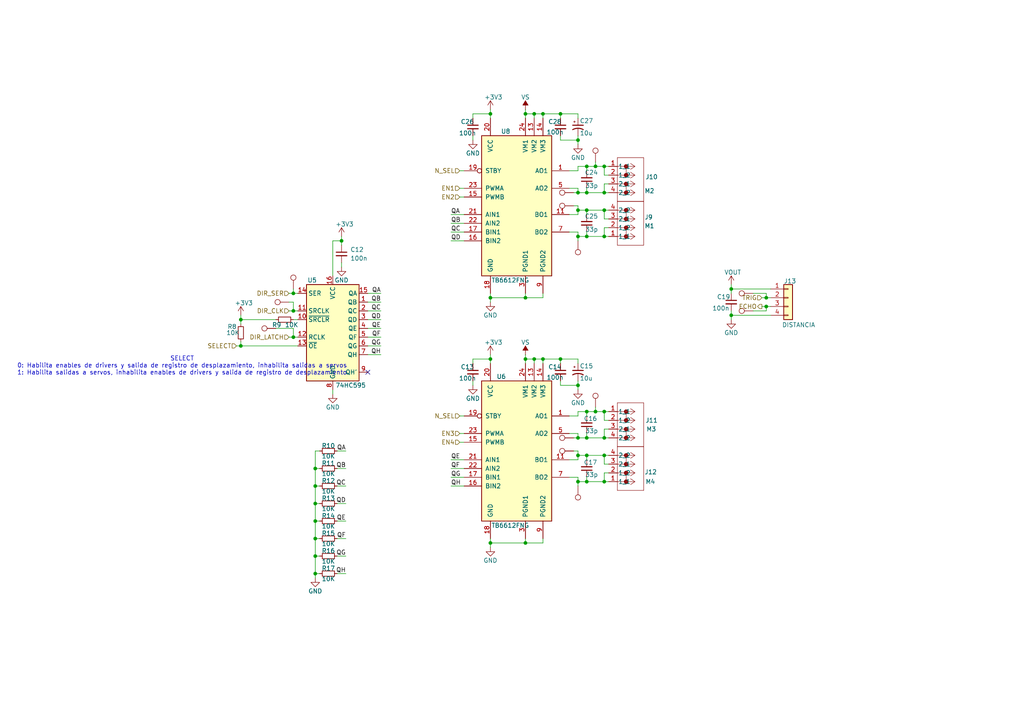
<source format=kicad_sch>
(kicad_sch (version 20231120) (generator "eeschema") (generator_version "8.0")
  (paper "A4")
  (title_block (title "Archi Bot") (date "2024-09-27") (rev "1.2") (company "Newsan"))
  (lib_symbols
    (symbol "2024-09-06_13-56-18:2060-452_998-404" (pin_names (offset 0.254))
      (property "Reference" "J" (at 6.35 6.35 0))
      (property "Value" "2060-452/998-404" (at 0 0 0))
      (symbol "2060-452_998-404_1_1"
        (pin unspecified line (at 0 0 0) (length 2.54) (name "1_1") (number "1"))
        (pin unspecified line (at 0 -2.54 0) (length 2.54) (name "1_2") (number "2"))
        (pin unspecified line (at 0 -5.08 0) (length 2.54) (name "2_1") (number "3"))
        (pin unspecified line (at 0 -7.62 0) (length 2.54) (name "2_2") (number "4"))
      )
      (symbol "2060-452_998-404_1_2"
        (pin unspecified line (at 0 0 0) (length 5.08) (name "1_1") (number "1"))
        (pin unspecified line (at 0 -2.54 0) (length 5.08) (name "1_2") (number "2"))
        (pin unspecified line (at 0 -5.08 0) (length 5.08) (name "2_1") (number "3"))
        (pin unspecified line (at 0 -7.62 0) (length 5.08) (name "2_2") (number "4"))
      )
    )
    (symbol "74xx:74HC595"
      (property "Reference" "U" (at -7.62 13.97 0))
      (property "Value" "74HC595" (at -7.62 -16.51 0))
      (symbol "74HC595_1_0"
        (pin tri_state line (at 10.16 7.62 180) (length 2.54) (name "QB") (number "1"))
        (pin input line (at -10.16 2.54 0) (length 2.54) (name "~{SRCLR}") (number "10"))
        (pin input line (at -10.16 5.08 0) (length 2.54) (name "SRCLK") (number "11"))
        (pin input line (at -10.16 -2.54 0) (length 2.54) (name "RCLK") (number "12"))
        (pin input line (at -10.16 -5.08 0) (length 2.54) (name "~{OE}") (number "13"))
        (pin input line (at -10.16 10.16 0) (length 2.54) (name "SER") (number "14"))
        (pin tri_state line (at 10.16 10.16 180) (length 2.54) (name "QA") (number "15"))
        (pin power_in line (at 0 15.24 270) (length 2.54) (name "VCC") (number "16"))
        (pin tri_state line (at 10.16 5.08 180) (length 2.54) (name "QC") (number "2"))
        (pin tri_state line (at 10.16 2.54 180) (length 2.54) (name "QD") (number "3"))
        (pin tri_state line (at 10.16 0 180) (length 2.54) (name "QE") (number "4"))
        (pin tri_state line (at 10.16 -2.54 180) (length 2.54) (name "QF") (number "5"))
        (pin tri_state line (at 10.16 -5.08 180) (length 2.54) (name "QG") (number "6"))
        (pin tri_state line (at 10.16 -7.62 180) (length 2.54) (name "QH") (number "7"))
        (pin power_in line (at 0 -17.78 90) (length 2.54) (name "GND") (number "8"))
        (pin output line (at 10.16 -12.7 180) (length 2.54) (name "QH'") (number "9"))
      )
    )
    (symbol "Connector:TestPoint" (pin_numbers hide) (pin_names (offset 0.762) hide)
      (property "Reference" "TP" (at 0 6.858 0))
      (property "Value" "TestPoint" (at 0 5.08 0))
      (symbol "TestPoint_1_1"
        (pin passive line (at 0 0 90) (length 2.54) (name "1") (number "1"))
      )
    )
    (symbol "Connector_Generic:Conn_01x04" (pin_names (offset 1.016) hide)
      (property "Reference" "J" (at 0 5.08 0))
      (property "Value" "Conn_01x04" (at 0 -7.62 0))
      (symbol "Conn_01x04_1_1"
        (pin passive line (at -5.08 2.54 0) (length 3.81) (name "Pin_1") (number "1"))
        (pin passive line (at -5.08 0 0) (length 3.81) (name "Pin_2") (number "2"))
        (pin passive line (at -5.08 -2.54 0) (length 3.81) (name "Pin_3") (number "3"))
        (pin passive line (at -5.08 -5.08 0) (length 3.81) (name "Pin_4") (number "4"))
      )
    )
    (symbol "Device:C_Polarized_Small_US" (pin_numbers hide) (pin_names (offset 0.254) hide)
      (property "Reference" "C" (at 0.254 1.778 0))
      (property "Value" "C_Polarized_Small_US" (at 0.254 -2.032 0))
      (symbol "C_Polarized_Small_US_1_1"
        (pin passive line (at 0 2.54 270) (length 2.032) (name "~") (number "1"))
        (pin passive line (at 0 -2.54 90) (length 2.032) (name "~") (number "2"))
      )
    )
    (symbol "Device:C_Small" (pin_numbers hide) (pin_names (offset 0.254) hide)
      (property "Reference" "C" (at 0.254 1.778 0))
      (property "Value" "C_Small" (at 0.254 -2.032 0))
      (symbol "C_Small_1_1"
        (pin passive line (at 0 2.54 270) (length 2.032) (name "~") (number "1"))
        (pin passive line (at 0 -2.54 90) (length 2.032) (name "~") (number "2"))
      )
    )
    (symbol "Device:R_Small" (pin_numbers hide) (pin_names (offset 0.254) hide)
      (property "Reference" "R" (at 0.762 0.508 0))
      (property "Value" "R_Small" (at 0.762 -1.016 0))
      (symbol "R_Small_1_1"
        (pin passive line (at 0 2.54 270) (length 0.762) (name "~") (number "1"))
        (pin passive line (at 0 -2.54 90) (length 0.762) (name "~") (number "2"))
      )
    )
    (symbol "Driver_Motor:TB6612FNG" (pin_names (offset 1.016))
      (property "Reference" "U" (at 11.43 17.78 0))
      (property "Value" "TB6612FNG" (at 11.43 15.24 0))
      (symbol "TB6612FNG_1_1"
        (pin output line (at 15.24 10.16 180) (length 5.08) (name "AO1") (number "1"))
        (pin passive line (at 7.62 -25.4 90) (length 5.08) hide (name "PGND2") (number "10"))
        (pin output line (at 15.24 -2.54 180) (length 5.08) (name "BO1") (number "11"))
        (pin passive line (at 15.24 -2.54 180) (length 5.08) hide (name "BO1") (number "12"))
        (pin power_in line (at 5.08 25.4 270) (length 5.08) (name "VM2") (number "13"))
        (pin power_in line (at 7.62 25.4 270) (length 5.08) (name "VM3") (number "14"))
        (pin input line (at -15.24 2.54 0) (length 5.08) (name "PWMB") (number "15"))
        (pin input line (at -15.24 -10.16 0) (length 5.08) (name "BIN2") (number "16"))
        (pin input line (at -15.24 -7.62 0) (length 5.08) (name "BIN1") (number "17"))
        (pin power_in line (at -7.62 -25.4 90) (length 5.08) (name "GND") (number "18"))
        (pin input inverted (at -15.24 10.16 0) (length 5.08) (name "STBY") (number "19"))
        (pin passive line (at 15.24 10.16 180) (length 5.08) hide (name "AO1") (number "2"))
        (pin power_in line (at -7.62 25.4 270) (length 5.08) (name "VCC") (number "20"))
        (pin input line (at -15.24 -2.54 0) (length 5.08) (name "AIN1") (number "21"))
        (pin input line (at -15.24 -5.08 0) (length 5.08) (name "AIN2") (number "22"))
        (pin input line (at -15.24 5.08 0) (length 5.08) (name "PWMA") (number "23"))
        (pin power_in line (at 2.54 25.4 270) (length 5.08) (name "VM1") (number "24"))
        (pin power_in line (at 2.54 -25.4 90) (length 5.08) (name "PGND1") (number "3"))
        (pin passive line (at 2.54 -25.4 90) (length 5.08) hide (name "PGND1") (number "4"))
        (pin output line (at 15.24 5.08 180) (length 5.08) (name "AO2") (number "5"))
        (pin passive line (at 15.24 5.08 180) (length 5.08) hide (name "AO2") (number "6"))
        (pin output line (at 15.24 -7.62 180) (length 5.08) (name "BO2") (number "7"))
        (pin passive line (at 15.24 -7.62 180) (length 5.08) hide (name "BO2") (number "8"))
        (pin power_in line (at 7.62 -25.4 90) (length 5.08) (name "PGND2") (number "9"))
      )
    )
    (symbol "power:+3V3" (power) (pin_names (offset 0))
      (property "Value" "+3V3" (at 0 3.556 0))
      (symbol "+3V3_1_1"
        (pin power_in line (at 0 0 90) (length 0) hide (name "+3V3") (number "1"))
      )
    )
    (symbol "power:GND" (power) (pin_names (offset 0))
      (property "Value" "GND" (at 0 -3.81 0))
      (symbol "GND_1_1"
        (pin power_in line (at 0 0 270) (length 0) hide (name "GND") (number "1"))
      )
    )
    (symbol "power:VCC" (power) (pin_names (offset 0))
      (property "Value" "VCC" (at 0 3.81 0))
      (symbol "VCC_1_1"
        (pin power_in line (at 0 0 90) (length 0) hide (name "VCC") (number "1"))
      )
    )
    (symbol "power:VS" (power) (pin_numbers hide) (pin_names (offset 0) hide)
      (property "Value" "VS" (at 0 3.556 0))
      (symbol "VS_1_1"
        (pin power_in line (at 0 0 90) (length 0) (name "~") (number "1"))
      )
    )
  )
  (junction (at 222.25 86.36))
  (junction (at 91.44 135.89))
  (junction (at 170.18 68.58))
  (junction (at 175.26 139.7))
  (junction (at 91.44 166.37))
  (junction (at 152.4 157.48))
  (junction (at 142.24 104.14))
  (junction (at 212.09 83.82))
  (junction (at 170.18 139.7))
  (junction (at 172.72 119.38))
  (junction (at 175.26 68.58))
  (junction (at 170.18 60.96))
  (junction (at 91.44 146.05))
  (junction (at 175.26 119.38))
  (junction (at 175.26 48.26))
  (junction (at 222.25 88.9))
  (junction (at 69.85 92.71))
  (junction (at 170.18 132.08))
  (junction (at 91.44 161.29))
  (junction (at 162.56 104.14))
  (junction (at 167.64 127))
  (junction (at 91.44 151.13))
  (junction (at 85.09 85.09))
  (junction (at 69.85 100.33))
  (junction (at 152.4 86.36))
  (junction (at 167.64 132.08))
  (junction (at 152.4 104.14))
  (junction (at 175.26 132.08))
  (junction (at 175.26 60.96))
  (junction (at 157.48 33.02))
  (junction (at 175.26 55.88))
  (junction (at 91.44 140.97))
  (junction (at 157.48 104.14))
  (junction (at 170.18 48.26))
  (junction (at 162.56 33.02))
  (junction (at 212.09 91.44))
  (junction (at 170.18 55.88))
  (junction (at 167.64 55.88))
  (junction (at 167.64 68.58))
  (junction (at 167.64 111.76))
  (junction (at 154.94 104.14))
  (junction (at 175.26 127))
  (junction (at 142.24 157.48))
  (junction (at 154.94 33.02))
  (junction (at 142.24 86.36))
  (junction (at 142.24 33.02))
  (junction (at 167.64 139.7))
  (junction (at 172.72 48.26))
  (junction (at 85.09 90.17))
  (junction (at 170.18 119.38))
  (junction (at 99.06 69.85))
  (junction (at 152.4 33.02))
  (junction (at 167.64 60.96))
  (junction (at 85.09 97.79))
  (junction (at 170.18 127))
  (junction (at 91.44 156.21))
  (junction (at 167.64 40.64))
  (no_connect (at 106.68 107.95))
  (wire (pts (xy 162.56 39.37) (xy 162.56 40.64)))
  (wire (pts (xy 176.53 63.5) (xy 175.26 63.5)))
  (wire (pts (xy 91.44 161.29) (xy 91.44 166.37)))
  (wire (pts (xy 167.64 119.38) (xy 167.64 120.65)))
  (wire (pts (xy 167.64 40.64) (xy 167.64 41.91)))
  (wire (pts (xy 165.1 62.23) (xy 167.64 62.23)))
  (wire (pts (xy 222.25 90.17) (xy 222.25 88.9)))
  (wire (pts (xy 170.18 67.31) (xy 170.18 68.58)))
  (wire (pts (xy 167.64 110.49) (xy 167.64 111.76)))
  (wire (pts (xy 167.64 68.58) (xy 167.64 67.31)))
  (wire (pts (xy 170.18 132.08) (xy 167.64 132.08)))
  (wire (pts (xy 170.18 138.43) (xy 170.18 139.7)))
  (wire (pts (xy 130.81 140.97) (xy 134.62 140.97)))
  (wire (pts (xy 167.64 125.73) (xy 167.64 127)))
  (wire (pts (xy 170.18 60.96) (xy 170.18 62.23)))
  (wire (pts (xy 167.64 111.76) (xy 167.64 113.03)))
  (wire (pts (xy 97.79 166.37) (xy 100.33 166.37)))
  (wire (pts (xy 91.44 166.37) (xy 92.71 166.37)))
  (wire (pts (xy 176.53 119.38) (xy 175.26 119.38)))
  (wire (pts (xy 176.53 50.8) (xy 175.26 50.8)))
  (wire (pts (xy 152.4 156.21) (xy 152.4 157.48)))
  (wire (pts (xy 162.56 40.64) (xy 167.64 40.64)))
  (wire (pts (xy 162.56 33.02) (xy 157.48 33.02)))
  (wire (pts (xy 142.24 86.36) (xy 142.24 87.63)))
  (wire (pts (xy 167.64 33.02) (xy 162.56 33.02)))
  (wire (pts (xy 175.26 55.88) (xy 176.53 55.88)))
  (wire (pts (xy 106.68 100.33) (xy 110.49 100.33)))
  (wire (pts (xy 170.18 55.88) (xy 175.26 55.88)))
  (wire (pts (xy 167.64 139.7) (xy 167.64 138.43)))
  (wire (pts (xy 80.01 95.25) (xy 85.09 95.25)))
  (wire (pts (xy 142.24 157.48) (xy 142.24 158.75)))
  (wire (pts (xy 97.79 156.21) (xy 100.33 156.21)))
  (wire (pts (xy 137.16 39.37) (xy 137.16 40.64)))
  (wire (pts (xy 176.53 132.08) (xy 175.26 132.08)))
  (wire (pts (xy 69.85 92.71) (xy 69.85 93.98)))
  (wire (pts (xy 170.18 119.38) (xy 172.72 119.38)))
  (wire (pts (xy 142.24 104.14) (xy 142.24 105.41)))
  (wire (pts (xy 218.44 85.09) (xy 222.25 85.09)))
  (wire (pts (xy 130.81 62.23) (xy 134.62 62.23)))
  (wire (pts (xy 220.98 88.9) (xy 222.25 88.9)))
  (wire (pts (xy 85.09 95.25) (xy 85.09 97.79)))
  (wire (pts (xy 172.72 119.38) (xy 175.26 119.38)))
  (wire (pts (xy 97.79 140.97) (xy 100.33 140.97)))
  (wire (pts (xy 130.81 67.31) (xy 134.62 67.31)))
  (wire (pts (xy 91.44 140.97) (xy 92.71 140.97)))
  (wire (pts (xy 69.85 92.71) (xy 80.01 92.71)))
  (wire (pts (xy 142.24 31.75) (xy 142.24 33.02)))
  (wire (pts (xy 170.18 125.73) (xy 170.18 127)))
  (wire (pts (xy 85.09 83.82) (xy 85.09 85.09)))
  (wire (pts (xy 152.4 33.02) (xy 152.4 34.29)))
  (wire (pts (xy 167.64 55.88) (xy 170.18 55.88)))
  (wire (pts (xy 170.18 139.7) (xy 167.64 139.7)))
  (wire (pts (xy 92.71 130.81) (xy 91.44 130.81)))
  (wire (pts (xy 167.64 130.81) (xy 167.64 132.08)))
  (wire (pts (xy 167.64 120.65) (xy 165.1 120.65)))
  (wire (pts (xy 167.64 132.08) (xy 167.64 133.35)))
  (wire (pts (xy 130.81 69.85) (xy 134.62 69.85)))
  (wire (pts (xy 106.68 102.87) (xy 110.49 102.87)))
  (wire (pts (xy 152.4 157.48) (xy 142.24 157.48)))
  (wire (pts (xy 175.26 60.96) (xy 170.18 60.96)))
  (wire (pts (xy 91.44 146.05) (xy 92.71 146.05)))
  (wire (pts (xy 91.44 151.13) (xy 91.44 156.21)))
  (wire (pts (xy 96.52 69.85) (xy 99.06 69.85)))
  (wire (pts (xy 176.53 134.62) (xy 175.26 134.62)))
  (wire (pts (xy 167.64 127) (xy 170.18 127)))
  (wire (pts (xy 175.26 137.16) (xy 175.26 139.7)))
  (wire (pts (xy 212.09 91.44) (xy 212.09 92.71)))
  (wire (pts (xy 91.44 140.97) (xy 91.44 146.05)))
  (wire (pts (xy 170.18 48.26) (xy 170.18 49.53)))
  (wire (pts (xy 91.44 161.29) (xy 92.71 161.29)))
  (wire (pts (xy 97.79 161.29) (xy 100.33 161.29)))
  (wire (pts (xy 176.53 66.04) (xy 175.26 66.04)))
  (wire (pts (xy 157.48 156.21) (xy 157.48 157.48)))
  (wire (pts (xy 91.44 130.81) (xy 91.44 135.89)))
  (wire (pts (xy 106.68 95.25) (xy 110.49 95.25)))
  (wire (pts (xy 166.37 130.81) (xy 167.64 130.81)))
  (wire (pts (xy 154.94 104.14) (xy 154.94 105.41)))
  (wire (pts (xy 167.64 138.43) (xy 165.1 138.43)))
  (wire (pts (xy 133.35 54.61) (xy 134.62 54.61)))
  (wire (pts (xy 167.64 39.37) (xy 167.64 40.64)))
  (wire (pts (xy 106.68 87.63) (xy 110.49 87.63)))
  (wire (pts (xy 162.56 111.76) (xy 167.64 111.76)))
  (wire (pts (xy 97.79 151.13) (xy 100.33 151.13)))
  (wire (pts (xy 170.18 119.38) (xy 170.18 120.65)))
  (wire (pts (xy 152.4 31.75) (xy 152.4 33.02)))
  (wire (pts (xy 91.44 135.89) (xy 91.44 140.97)))
  (wire (pts (xy 175.26 68.58) (xy 170.18 68.58)))
  (wire (pts (xy 212.09 91.44) (xy 223.52 91.44)))
  (wire (pts (xy 176.53 48.26) (xy 175.26 48.26)))
  (wire (pts (xy 176.53 60.96) (xy 175.26 60.96)))
  (wire (pts (xy 167.64 104.14) (xy 162.56 104.14)))
  (wire (pts (xy 91.44 135.89) (xy 92.71 135.89)))
  (wire (pts (xy 96.52 113.03) (xy 96.52 114.3)))
  (wire (pts (xy 142.24 102.87) (xy 142.24 104.14)))
  (wire (pts (xy 170.18 119.38) (xy 167.64 119.38)))
  (wire (pts (xy 167.64 49.53) (xy 165.1 49.53)))
  (wire (pts (xy 157.48 157.48) (xy 152.4 157.48)))
  (wire (pts (xy 222.25 86.36) (xy 223.52 86.36)))
  (wire (pts (xy 137.16 110.49) (xy 137.16 111.76)))
  (wire (pts (xy 167.64 59.69) (xy 167.64 60.96)))
  (wire (pts (xy 172.72 48.26) (xy 170.18 48.26)))
  (wire (pts (xy 175.26 53.34) (xy 175.26 55.88)))
  (wire (pts (xy 133.35 57.15) (xy 134.62 57.15)))
  (wire (pts (xy 170.18 68.58) (xy 167.64 68.58)))
  (wire (pts (xy 167.64 67.31) (xy 165.1 67.31)))
  (wire (pts (xy 142.24 33.02) (xy 142.24 34.29)))
  (wire (pts (xy 157.48 85.09) (xy 157.48 86.36)))
  (wire (pts (xy 165.1 54.61) (xy 167.64 54.61)))
  (wire (pts (xy 212.09 83.82) (xy 212.09 85.09)))
  (wire (pts (xy 175.26 63.5) (xy 175.26 60.96)))
  (wire (pts (xy 175.26 134.62) (xy 175.26 132.08)))
  (wire (pts (xy 166.37 127) (xy 167.64 127)))
  (wire (pts (xy 83.82 90.17) (xy 85.09 90.17)))
  (wire (pts (xy 85.09 97.79) (xy 86.36 97.79)))
  (wire (pts (xy 133.35 49.53) (xy 134.62 49.53)))
  (wire (pts (xy 157.48 33.02) (xy 157.48 34.29)))
  (wire (pts (xy 167.64 68.58) (xy 167.64 69.85)))
  (wire (pts (xy 133.35 120.65) (xy 134.62 120.65)))
  (wire (pts (xy 172.72 46.99) (xy 172.72 48.26)))
  (wire (pts (xy 83.82 97.79) (xy 85.09 97.79)))
  (wire (pts (xy 137.16 104.14) (xy 142.24 104.14)))
  (wire (pts (xy 162.56 104.14) (xy 162.56 105.41)))
  (wire (pts (xy 167.64 54.61) (xy 167.64 55.88)))
  (wire (pts (xy 91.44 146.05) (xy 91.44 151.13)))
  (wire (pts (xy 152.4 102.87) (xy 152.4 104.14)))
  (wire (pts (xy 170.18 127) (xy 175.26 127)))
  (wire (pts (xy 175.26 124.46) (xy 175.26 127)))
  (wire (pts (xy 133.35 128.27) (xy 134.62 128.27)))
  (wire (pts (xy 165.1 125.73) (xy 167.64 125.73)))
  (wire (pts (xy 69.85 100.33) (xy 86.36 100.33)))
  (wire (pts (xy 175.26 127) (xy 176.53 127)))
  (wire (pts (xy 175.26 66.04) (xy 175.26 68.58)))
  (wire (pts (xy 85.09 90.17) (xy 86.36 90.17)))
  (wire (pts (xy 167.64 133.35) (xy 165.1 133.35)))
  (wire (pts (xy 167.64 48.26) (xy 167.64 49.53)))
  (wire (pts (xy 137.16 105.41) (xy 137.16 104.14)))
  (wire (pts (xy 172.72 118.11) (xy 172.72 119.38)))
  (wire (pts (xy 167.64 105.41) (xy 167.64 104.14)))
  (wire (pts (xy 130.81 138.43) (xy 134.62 138.43)))
  (wire (pts (xy 130.81 135.89) (xy 134.62 135.89)))
  (wire (pts (xy 85.09 87.63) (xy 85.09 90.17)))
  (wire (pts (xy 83.82 87.63) (xy 85.09 87.63)))
  (wire (pts (xy 170.18 139.7) (xy 175.26 139.7)))
  (wire (pts (xy 152.4 86.36) (xy 142.24 86.36)))
  (wire (pts (xy 176.53 124.46) (xy 175.26 124.46)))
  (wire (pts (xy 97.79 135.89) (xy 100.33 135.89)))
  (wire (pts (xy 152.4 104.14) (xy 152.4 105.41)))
  (wire (pts (xy 170.18 132.08) (xy 170.18 133.35)))
  (wire (pts (xy 154.94 104.14) (xy 152.4 104.14)))
  (wire (pts (xy 220.98 86.36) (xy 222.25 86.36)))
  (wire (pts (xy 167.64 62.23) (xy 167.64 60.96)))
  (wire (pts (xy 91.44 151.13) (xy 92.71 151.13)))
  (wire (pts (xy 176.53 137.16) (xy 175.26 137.16)))
  (wire (pts (xy 91.44 156.21) (xy 91.44 161.29)))
  (wire (pts (xy 162.56 110.49) (xy 162.56 111.76)))
  (wire (pts (xy 99.06 69.85) (xy 99.06 71.12)))
  (wire (pts (xy 167.64 139.7) (xy 167.64 140.97)))
  (wire (pts (xy 97.79 130.81) (xy 100.33 130.81)))
  (wire (pts (xy 133.35 125.73) (xy 134.62 125.73)))
  (wire (pts (xy 85.09 85.09) (xy 86.36 85.09)))
  (wire (pts (xy 83.82 85.09) (xy 85.09 85.09)))
  (wire (pts (xy 142.24 156.21) (xy 142.24 157.48)))
  (wire (pts (xy 106.68 85.09) (xy 110.49 85.09)))
  (wire (pts (xy 99.06 76.2) (xy 99.06 77.47)))
  (wire (pts (xy 130.81 133.35) (xy 134.62 133.35)))
  (wire (pts (xy 175.26 50.8) (xy 175.26 48.26)))
  (wire (pts (xy 176.53 68.58) (xy 175.26 68.58)))
  (wire (pts (xy 176.53 121.92) (xy 175.26 121.92)))
  (wire (pts (xy 162.56 33.02) (xy 162.56 34.29)))
  (wire (pts (xy 166.37 59.69) (xy 167.64 59.69)))
  (wire (pts (xy 218.44 90.17) (xy 222.25 90.17)))
  (wire (pts (xy 154.94 33.02) (xy 152.4 33.02)))
  (wire (pts (xy 106.68 97.79) (xy 110.49 97.79)))
  (wire (pts (xy 222.25 88.9) (xy 223.52 88.9)))
  (wire (pts (xy 170.18 54.61) (xy 170.18 55.88)))
  (wire (pts (xy 167.64 34.29) (xy 167.64 33.02)))
  (wire (pts (xy 97.79 146.05) (xy 100.33 146.05)))
  (wire (pts (xy 223.52 83.82) (xy 212.09 83.82)))
  (wire (pts (xy 166.37 55.88) (xy 167.64 55.88)))
  (wire (pts (xy 157.48 33.02) (xy 154.94 33.02)))
  (wire (pts (xy 170.18 48.26) (xy 167.64 48.26)))
  (wire (pts (xy 69.85 99.06) (xy 69.85 100.33)))
  (wire (pts (xy 157.48 104.14) (xy 157.48 105.41)))
  (wire (pts (xy 96.52 80.01) (xy 96.52 69.85)))
  (wire (pts (xy 91.44 156.21) (xy 92.71 156.21)))
  (wire (pts (xy 154.94 33.02) (xy 154.94 34.29)))
  (wire (pts (xy 137.16 34.29) (xy 137.16 33.02)))
  (wire (pts (xy 142.24 85.09) (xy 142.24 86.36)))
  (wire (pts (xy 175.26 121.92) (xy 175.26 119.38)))
  (wire (pts (xy 68.58 100.33) (xy 69.85 100.33)))
  (wire (pts (xy 152.4 85.09) (xy 152.4 86.36)))
  (wire (pts (xy 157.48 104.14) (xy 154.94 104.14)))
  (wire (pts (xy 69.85 92.71) (xy 69.85 91.44)))
  (wire (pts (xy 212.09 83.82) (xy 212.09 82.55)))
  (wire (pts (xy 175.26 48.26) (xy 172.72 48.26)))
  (wire (pts (xy 99.06 68.58) (xy 99.06 69.85)))
  (wire (pts (xy 106.68 92.71) (xy 110.49 92.71)))
  (wire (pts (xy 170.18 132.08) (xy 175.26 132.08)))
  (wire (pts (xy 137.16 33.02) (xy 142.24 33.02)))
  (wire (pts (xy 222.25 85.09) (xy 222.25 86.36)))
  (wire (pts (xy 176.53 53.34) (xy 175.26 53.34)))
  (wire (pts (xy 91.44 166.37) (xy 91.44 167.64)))
  (wire (pts (xy 176.53 139.7) (xy 175.26 139.7)))
  (wire (pts (xy 167.64 60.96) (xy 170.18 60.96)))
  (wire (pts (xy 130.81 64.77) (xy 134.62 64.77)))
  (wire (pts (xy 106.68 90.17) (xy 110.49 90.17)))
  (wire (pts (xy 212.09 90.17) (xy 212.09 91.44)))
  (wire (pts (xy 157.48 86.36) (xy 152.4 86.36)))
  (wire (pts (xy 162.56 104.14) (xy 157.48 104.14)))
  (wire (pts (xy 85.09 92.71) (xy 86.36 92.71)))
  (text "SELECT\n0: Habilita enables de drivers y salida de registro de desplazamiento, inhabilita salidas a servos\n1: Habilita salidas a servos, inhabilita enables de drivers y salida de registro de desplazamiento" (at 52.832 106.172 0) (effects (font (size 1.27 1.27))))
  (label "QE" (at 130.81 133.35 0))
  (label "QB" (at 100.33 135.89 180))
  (label "QG" (at 100.33 161.29 180))
  (label "QH" (at 110.49 102.87 180))
  (label "QG" (at 110.49 100.33 180))
  (label "QC" (at 130.81 67.31 0))
  (label "QB" (at 110.49 87.63 180))
  (label "QE" (at 110.49 95.25 180))
  (label "QD" (at 130.81 69.85 0))
  (label "QA" (at 130.81 62.23 0))
  (label "QD" (at 110.49 92.71 180))
  (label "QC" (at 110.49 90.17 180))
  (label "QB" (at 130.81 64.77 0))
  (label "QH" (at 100.33 166.37 180))
  (label "QC" (at 100.33 140.97 180))
  (label "QG" (at 130.81 138.43 0))
  (label "QA" (at 100.33 130.81 180))
  (label "QA" (at 110.49 85.09 180))
  (label "QF" (at 130.81 135.89 0))
  (label "QF" (at 100.33 156.21 180))
  (label "QF" (at 110.49 97.79 180))
  (label "QE" (at 100.33 151.13 180))
  (label "QH" (at 130.81 140.97 0))
  (label "QD" (at 100.33 146.05 180))
  (hierarchical_label "ECHO" (shape output) (at 220.98 88.9 180))
  (hierarchical_label "SELECT" (shape input) (at 68.58 100.33 180))
  (hierarchical_label "DIR_LATCH" (shape input) (at 83.82 97.79 180))
  (hierarchical_label "DIR_CLK" (shape input) (at 83.82 90.17 180))
  (hierarchical_label "EN4" (shape input) (at 133.35 128.27 180))
  (hierarchical_label "N_SEL" (shape input) (at 133.35 49.53 180))
  (hierarchical_label "EN2" (shape input) (at 133.35 57.15 180))
  (hierarchical_label "EN3" (shape input) (at 133.35 125.73 180))
  (hierarchical_label "EN1" (shape input) (at 133.35 54.61 180))
  (hierarchical_label "DIR_SER" (shape input) (at 83.82 85.09 180))
  (hierarchical_label "TRIG" (shape input) (at 220.98 86.36 180))
  (hierarchical_label "N_SEL" (shape input) (at 133.35 120.65 180))
  (symbol (lib_id "Device:R_Small") (at 95.25 151.13 90) (unit 1)
    (property "Reference" "R14" (at 95.25 149.606 90))
    (property "Value" "10K" (at 95.25 152.654 90))
    (property "Footprint" "Resistor_SMD:R_0603_1608Metric_Pad0.98x0.95mm_HandSolder" (effects (hide yes)))
    (property "Datasheet" "https://www.yageo.com/upload/media/product/products/datasheet/rchip/PYu-RC_Group_51_RoHS_L_12.pdf" (effects (hide yes)))
    (property "Description" "RES 10K OHM 1% 1/10W 0603" (effects (hide yes)))
    (property "PartNumber" "RC0603FR-0710KL" (effects (hide yes)))
    (property "PurchaseLink" "https://www.digikey.com/en/products/detail/yageo/RC0603FR-0710KL/726880" (effects (hide yes)))
    (property "Manufacturer" "YAGEO" (effects (hide yes)))
    (property "Package" "0603 (1608 Metric)" (effects (hide yes)))
  )
  (symbol (lib_id "power:VS") (at 152.4 102.87 0) (unit 1)
    (property "Reference" "#PWR035" (effects (hide yes)))
    (property "Value" "VS" (at 152.4 99.314 0))
    (property "Description" "Power symbol creates a global label with name \"VS\"" (effects (hide yes)))
  )
  (symbol (lib_id "power:GND") (at 91.44 167.64 0) (unit 1)
    (property "Reference" "#PWR029" (effects (hide yes)))
    (property "Value" "GND" (at 91.44 171.45 0))
  )
  (symbol (lib_id "Device:C_Small") (at 162.56 107.95 0) (unit 1)
    (property "Reference" "C14" (at 159.004 106.426 0) (effects (justify left)))
    (property "Value" "100n" (at 158.496 109.474 0) (effects (justify left)))
    (property "Footprint" "Capacitor_SMD:C_0603_1608Metric_Pad1.08x0.95mm_HandSolder" (effects (hide yes)))
    (property "Datasheet" "https://mm.digikey.com/Volume0/opasdata/d220001/medias/docus/609/CL10B104KB8NNNC_Spec.pdf" (effects (hide yes)))
    (property "Description" "CAP CER 0.1UF 50V X7R 0603" (effects (hide yes)))
    (property "PartNumber" "CL10B104KB8NNNC" (effects (hide yes)))
    (property "PurchaseLink" "https://www.digikey.com/short/0f3djmh4" (effects (hide yes)))
    (property "Manufacturer" "Samsung Electro-Mechanics" (effects (hide yes)))
    (property "Package" "0603 (1608 Metric)" (effects (hide yes)))
  )
  (symbol (lib_id "Device:R_Small") (at 95.25 156.21 90) (unit 1)
    (property "Reference" "R15" (at 95.25 154.686 90))
    (property "Value" "10K" (at 95.25 157.734 90))
    (property "Footprint" "Resistor_SMD:R_0603_1608Metric_Pad0.98x0.95mm_HandSolder" (effects (hide yes)))
    (property "Datasheet" "https://www.yageo.com/upload/media/product/products/datasheet/rchip/PYu-RC_Group_51_RoHS_L_12.pdf" (effects (hide yes)))
    (property "Description" "RES 10K OHM 1% 1/10W 0603" (effects (hide yes)))
    (property "PartNumber" "RC0603FR-0710KL" (effects (hide yes)))
    (property "PurchaseLink" "https://www.digikey.com/en/products/detail/yageo/RC0603FR-0710KL/726880" (effects (hide yes)))
    (property "Manufacturer" "YAGEO" (effects (hide yes)))
    (property "Package" "0603 (1608 Metric)" (effects (hide yes)))
  )
  (symbol (lib_id "2024-09-06_13-56-18:2060-452_998-404") (at 176.53 119.38 0) (unit 1)
    (property "Reference" "J11" (at 187.198 121.92 0) (effects (justify left)))
    (property "Value" "M3" (at 187.452 124.46 0) (effects (justify left)))
    (property "Footprint" "footprints:CONN2_2060-1452&slash_998-404_WAG" (effects (hide yes)))
    (property "Datasheet" "2060-452/998-404" (effects (hide yes)))
    (property "Description" "THR PCB TERMINAL BLOCK; PUSH-BUT 4MM" (effects (hide yes)))
    (property "PartNumber" "2060-1452/998-404" (effects (hide yes)))
    (property "PurchaseLink" "https://www.digikey.com/en/products/detail/wago-corporation/2060-452-998-404/15540283" (effects (hide yes)))
    (property "Manufacturer" "WAGO Corporation" (effects (hide yes)))
    (property "Package" "0.157\" (4.00mm)" (effects (hide yes)))
  )
  (symbol (lib_id "power:VS") (at 152.4 31.75 0) (unit 1)
    (property "Reference" "#PWR049" (effects (hide yes)))
    (property "Value" "VS" (at 152.4 28.194 0))
    (property "Description" "Power symbol creates a global label with name \"VS\"" (effects (hide yes)))
  )
  (symbol (lib_id "power:GND") (at 96.52 114.3 0) (unit 1)
    (property "Reference" "#PWR030" (effects (hide yes)))
    (property "Value" "GND" (at 96.52 118.11 0))
  )
  (symbol (lib_id "Device:R_Small") (at 95.25 130.81 90) (unit 1)
    (property "Reference" "R10" (at 95.25 129.286 90))
    (property "Value" "10K" (at 95.25 132.334 90))
    (property "Footprint" "Resistor_SMD:R_0603_1608Metric_Pad0.98x0.95mm_HandSolder" (effects (hide yes)))
    (property "Datasheet" "https://www.yageo.com/upload/media/product/products/datasheet/rchip/PYu-RC_Group_51_RoHS_L_12.pdf" (effects (hide yes)))
    (property "Description" "RES 10K OHM 1% 1/10W 0603" (effects (hide yes)))
    (property "PartNumber" "RC0603FR-0710KL" (effects (hide yes)))
    (property "PurchaseLink" "https://www.digikey.com/en/products/detail/yageo/RC0603FR-0710KL/726880" (effects (hide yes)))
    (property "Manufacturer" "YAGEO" (effects (hide yes)))
    (property "Package" "0603 (1608 Metric)" (effects (hide yes)))
  )
  (symbol (lib_id "Driver_Motor:TB6612FNG") (at 149.86 59.69 0) (unit 1)
    (property "Reference" "U8" (at 145.288 38.1 0) (effects (justify left)))
    (property "Value" "TB6612FNG" (at 142.494 81.28 0) (effects (justify left)))
    (property "Footprint" "Package_SO:SSOP-24_5.3x8.2mm_P0.65mm" (effects (hide yes)))
    (property "Datasheet" "https://toshiba.semicon-storage.com/info/TB6612FNG_datasheet_en_20141001.pdf?did=10660&prodName=TB6612FNG" (effects (hide yes)))
    (property "Description" "IC MOTOR DRIVER 2.7V-5.5V 24SSOP" (effects (hide yes)))
    (property "PartNumber" "TB6612FNG,C,8,EL" (effects (hide yes)))
    (property "PurchaseLink" "https://www.digikey.com/en/products/detail/toshiba-semiconductor-and-storage/TB6612FNG-C-8-EL/1730070" (effects (hide yes)))
    (property "Manufacturer" "Toshiba Semiconductor and Storage" (effects (hide yes)))
    (property "Package" "24-LSSOP (0.220\", 5.60mm Width)" (effects (hide yes)))
  )
  (symbol (lib_id "Connector:TestPoint") (at 172.72 118.11 0) (unit 1)
    (property "Reference" "TP24" (effects (hide yes)))
    (property "Value" "TestPoint" (effects (hide yes)))
    (property "Footprint" "TestPoint:TestPoint_Pad_D1.0mm" (effects (hide yes)))
    (property "Description" "test point" (effects (hide yes)))
  )
  (symbol (lib_id "Connector:TestPoint") (at 172.72 46.99 0) (unit 1)
    (property "Reference" "TP20" (effects (hide yes)))
    (property "Value" "TestPoint" (effects (hide yes)))
    (property "Footprint" "TestPoint:TestPoint_Pad_D1.0mm" (effects (hide yes)))
    (property "Description" "test point" (effects (hide yes)))
  )
  (symbol (lib_id "Connector:TestPoint") (at 85.09 83.82 0) (unit 1)
    (property "Reference" "TP32" (effects (hide yes)))
    (property "Value" "TestPoint" (effects (hide yes)))
    (property "Footprint" "TestPoint:TestPoint_Pad_D1.0mm" (effects (hide yes)))
    (property "Description" "test point" (effects (hide yes)))
  )
  (symbol (lib_id "Connector:TestPoint") (at 218.44 85.09 90) (unit 1)
    (property "Reference" "TP35" (effects (hide yes)))
    (property "Value" "TestPoint" (effects (hide yes)))
    (property "Footprint" "TestPoint:TestPoint_Pad_D1.0mm" (effects (hide yes)))
    (property "Description" "test point" (effects (hide yes)))
  )
  (symbol (lib_id "Device:C_Small") (at 170.18 135.89 180) (unit 1)
    (property "Reference" "C17" (at 173.228 134.112 0) (effects (justify left)))
    (property "Value" "33p" (at 173.482 137.668 0) (effects (justify left)))
    (property "Footprint" "Capacitor_SMD:C_0402_1005Metric_Pad0.74x0.62mm_HandSolder" (effects (hide yes)))
    (property "Datasheet" "https://search.murata.co.jp/Ceramy/image/img/A01X/G101/ENG/GRM1555C1H330JA01-01.pdf" (effects (hide yes)))
    (property "Description" "CAP CER 33PF 50V C0G/NP0 0402" (effects (hide yes)))
    (property "PartNumber" "GRM1555C1H330JA01D" (effects (hide yes)))
    (property "PurchaseLink" "https://www.digikey.com/en/products/detail/murata-electronics/GRM1555C1H330JA01D/3693846" (effects (hide yes)))
    (property "Manufacturer" "Murata Electronics" (effects (hide yes)))
    (property "Package" "0402 (1005 Metric)" (effects (hide yes)))
  )
  (symbol (lib_id "Device:C_Small") (at 170.18 123.19 180) (unit 1)
    (property "Reference" "C16" (at 173.228 121.412 0) (effects (justify left)))
    (property "Value" "33p" (at 173.482 124.968 0) (effects (justify left)))
    (property "Footprint" "Capacitor_SMD:C_0402_1005Metric_Pad0.74x0.62mm_HandSolder" (effects (hide yes)))
    (property "Datasheet" "https://search.murata.co.jp/Ceramy/image/img/A01X/G101/ENG/GRM1555C1H330JA01-01.pdf" (effects (hide yes)))
    (property "Description" "CAP CER 33PF 50V C0G/NP0 0402" (effects (hide yes)))
    (property "PartNumber" "GRM1555C1H330JA01D" (effects (hide yes)))
    (property "PurchaseLink" "https://www.digikey.com/en/products/detail/murata-electronics/GRM1555C1H330JA01D/3693846" (effects (hide yes)))
    (property "Manufacturer" "Murata Electronics" (effects (hide yes)))
    (property "Package" "0402 (1005 Metric)" (effects (hide yes)))
  )
  (symbol (lib_id "Device:R_Small") (at 95.25 161.29 90) (unit 1)
    (property "Reference" "R16" (at 95.25 159.766 90))
    (property "Value" "10K" (at 95.25 162.814 90))
    (property "Footprint" "Resistor_SMD:R_0603_1608Metric_Pad0.98x0.95mm_HandSolder" (effects (hide yes)))
    (property "Datasheet" "https://www.yageo.com/upload/media/product/products/datasheet/rchip/PYu-RC_Group_51_RoHS_L_12.pdf" (effects (hide yes)))
    (property "Description" "RES 10K OHM 1% 1/10W 0603" (effects (hide yes)))
    (property "PartNumber" "RC0603FR-0710KL" (effects (hide yes)))
    (property "PurchaseLink" "https://www.digikey.com/en/products/detail/yageo/RC0603FR-0710KL/726880" (effects (hide yes)))
    (property "Manufacturer" "YAGEO" (effects (hide yes)))
    (property "Package" "0603 (1608 Metric)" (effects (hide yes)))
  )
  (symbol (lib_id "Device:C_Small") (at 212.09 87.63 0) (mirror y) (unit 1)
    (property "Reference" "C19" (at 211.836 86.106 0) (effects (justify left)))
    (property "Value" "100n" (at 211.582 89.408 0) (effects (justify left)))
    (property "Footprint" "Capacitor_SMD:C_0603_1608Metric_Pad1.08x0.95mm_HandSolder" (effects (hide yes)))
    (property "Datasheet" "https://mm.digikey.com/Volume0/opasdata/d220001/medias/docus/609/CL10B104KB8NNNC_Spec.pdf" (effects (hide yes)))
    (property "Description" "CAP CER 0.1UF 50V X7R 0603" (effects (hide yes)))
    (property "PartNumber" "CL10B104KB8NNNC" (effects (hide yes)))
    (property "PurchaseLink" "https://www.digikey.com/short/0f3djmh4" (effects (hide yes)))
    (property "Manufacturer" "Samsung Electro-Mechanics" (effects (hide yes)))
    (property "Package" "0603 (1608 Metric)" (effects (hide yes)))
  )
  (symbol (lib_id "power:GND") (at 212.09 92.71 0) (unit 1)
    (property "Reference" "#PWR066" (effects (hide yes)))
    (property "Value" "GND" (at 212.09 96.52 0))
  )
  (symbol (lib_id "power:+3V3") (at 69.85 91.44 0) (unit 1)
    (property "Reference" "#PWR037" (effects (hide yes)))
    (property "Value" "+3V3" (at 68.072 87.884 0) (effects (justify left)))
  )
  (symbol (lib_id "Connector:TestPoint") (at 166.37 127 90) (unit 1)
    (property "Reference" "TP25" (effects (hide yes)))
    (property "Value" "TestPoint" (effects (hide yes)))
    (property "Footprint" "TestPoint:TestPoint_Pad_D1.0mm" (effects (hide yes)))
    (property "Description" "test point" (effects (hide yes)))
  )
  (symbol (lib_id "power:GND") (at 167.64 41.91 0) (unit 1)
    (property "Reference" "#PWR050" (effects (hide yes)))
    (property "Value" "GND" (at 167.64 45.72 0))
  )
  (symbol (lib_id "Connector_Generic:Conn_01x04") (at 228.6 86.36 0) (unit 1)
    (property "Reference" "J13" (at 227.33 81.534 0) (effects (justify left)))
    (property "Value" "DISTANCIA" (at 226.822 94.234 0) (effects (justify left)))
    (property "Footprint" "footprints:AMPHENOL_91601-304ALF_modif" (effects (hide yes)))
    (property "Datasheet" "https://cdn.amphenol-cs.com/media/wysiwyg/files/drawing/91601.pdf" (effects (hide yes)))
    (property "Description" "CONN RCPT 4POS 0.1 GOLD SMD" (effects (hide yes)))
    (property "PartNumber" "91601-304ALF" (effects (hide yes)))
    (property "PurchaseLink" "https://www.digikey.com/en/products/detail/amphenol-cs-fci/91601-304ALF/1540494" (effects (hide yes)))
    (property "Manufacturer" "Amphenol ICC (FCI)" (effects (hide yes)))
    (property "Package" "4POS 0.100\" (2.54mm)" (effects (hide yes)))
  )
  (symbol (lib_id "power:GND") (at 137.16 40.64 0) (unit 1)
    (property "Reference" "#PWR048" (effects (hide yes)))
    (property "Value" "GND" (at 137.16 44.45 0))
  )
  (symbol (lib_id "Device:C_Small") (at 99.06 73.66 0) (unit 1)
    (property "Reference" "C12" (at 101.6 72.3962 0) (effects (justify left)))
    (property "Value" "100n" (at 101.6 74.9362 0) (effects (justify left)))
    (property "Footprint" "Capacitor_SMD:C_0603_1608Metric_Pad1.08x0.95mm_HandSolder" (effects (hide yes)))
    (property "Datasheet" "https://mm.digikey.com/Volume0/opasdata/d220001/medias/docus/609/CL10B104KB8NNNC_Spec.pdf" (effects (hide yes)))
    (property "Description" "CAP CER 0.1UF 50V X7R 0603" (effects (hide yes)))
    (property "PartNumber" "CL10B104KB8NNNC" (effects (hide yes)))
    (property "PurchaseLink" "https://www.digikey.com/short/0f3djmh4" (effects (hide yes)))
    (property "Manufacturer" "Samsung Electro-Mechanics" (effects (hide yes)))
    (property "Package" "0603 (1608 Metric)" (effects (hide yes)))
  )
  (symbol (lib_id "Device:C_Small") (at 170.18 64.77 180) (unit 1)
    (property "Reference" "C25" (at 173.482 62.738 0) (effects (justify left)))
    (property "Value" "33p" (at 173.482 66.548 0) (effects (justify left)))
    (property "Footprint" "Capacitor_SMD:C_0402_1005Metric_Pad0.74x0.62mm_HandSolder" (effects (hide yes)))
    (property "Datasheet" "https://search.murata.co.jp/Ceramy/image/img/A01X/G101/ENG/GRM1555C1H330JA01-01.pdf" (effects (hide yes)))
    (property "Description" "CAP CER 33PF 50V C0G/NP0 0402" (effects (hide yes)))
    (property "PartNumber" "GRM1555C1H330JA01D" (effects (hide yes)))
    (property "PurchaseLink" "https://www.digikey.com/en/products/detail/murata-electronics/GRM1555C1H330JA01D/3693846" (effects (hide yes)))
    (property "Manufacturer" "Murata Electronics" (effects (hide yes)))
    (property "Package" "0402 (1005 Metric)" (effects (hide yes)))
  )
  (symbol (lib_id "power:GND") (at 142.24 158.75 0) (unit 1)
    (property "Reference" "#PWR034" (effects (hide yes)))
    (property "Value" "GND" (at 142.24 162.56 0))
  )
  (symbol (lib_id "Device:R_Small") (at 82.55 92.71 90) (unit 1)
    (property "Reference" "R9" (at 80.264 94.234 90))
    (property "Value" "10K" (at 84.582 94.234 90))
    (property "Footprint" "Resistor_SMD:R_0603_1608Metric_Pad0.98x0.95mm_HandSolder" (effects (hide yes)))
    (property "Datasheet" "https://www.yageo.com/upload/media/product/products/datasheet/rchip/PYu-RC_Group_51_RoHS_L_12.pdf" (effects (hide yes)))
    (property "Description" "RES 10K OHM 1% 1/10W 0603" (effects (hide yes)))
    (property "PartNumber" "RC0603FR-0710KL" (effects (hide yes)))
    (property "PurchaseLink" "https://www.digikey.com/en/products/detail/yageo/RC0603FR-0710KL/726880" (effects (hide yes)))
    (property "Manufacturer" "YAGEO" (effects (hide yes)))
    (property "Package" "0603 (1608 Metric)" (effects (hide yes)))
  )
  (symbol (lib_id "power:+3V3") (at 99.06 68.58 0) (unit 1)
    (property "Reference" "#PWR026" (effects (hide yes)))
    (property "Value" "+3V3" (at 97.282 65.024 0) (effects (justify left)))
  )
  (symbol (lib_id "Device:R_Small") (at 95.25 146.05 90) (unit 1)
    (property "Reference" "R13" (at 95.25 144.526 90))
    (property "Value" "10K" (at 95.25 147.574 90))
    (property "Footprint" "Resistor_SMD:R_0603_1608Metric_Pad0.98x0.95mm_HandSolder" (effects (hide yes)))
    (property "Datasheet" "https://www.yageo.com/upload/media/product/products/datasheet/rchip/PYu-RC_Group_51_RoHS_L_12.pdf" (effects (hide yes)))
    (property "Description" "RES 10K OHM 1% 1/10W 0603" (effects (hide yes)))
    (property "PartNumber" "RC0603FR-0710KL" (effects (hide yes)))
    (property "PurchaseLink" "https://www.digikey.com/en/products/detail/yageo/RC0603FR-0710KL/726880" (effects (hide yes)))
    (property "Manufacturer" "YAGEO" (effects (hide yes)))
    (property "Package" "0603 (1608 Metric)" (effects (hide yes)))
  )
  (symbol (lib_id "Device:R_Small") (at 95.25 140.97 90) (unit 1)
    (property "Reference" "R12" (at 95.25 139.446 90))
    (property "Value" "10K" (at 95.25 142.494 90))
    (property "Footprint" "Resistor_SMD:R_0603_1608Metric_Pad0.98x0.95mm_HandSolder" (effects (hide yes)))
    (property "Datasheet" "https://www.yageo.com/upload/media/product/products/datasheet/rchip/PYu-RC_Group_51_RoHS_L_12.pdf" (effects (hide yes)))
    (property "Description" "RES 10K OHM 1% 1/10W 0603" (effects (hide yes)))
    (property "PartNumber" "RC0603FR-0710KL" (effects (hide yes)))
    (property "PurchaseLink" "https://www.digikey.com/en/products/detail/yageo/RC0603FR-0710KL/726880" (effects (hide yes)))
    (property "Manufacturer" "YAGEO" (effects (hide yes)))
    (property "Package" "0603 (1608 Metric)" (effects (hide yes)))
  )
  (symbol (lib_id "Connector:TestPoint") (at 80.01 95.25 90) (unit 1)
    (property "Reference" "TP34" (effects (hide yes)))
    (property "Value" "TestPoint" (effects (hide yes)))
    (property "Footprint" "TestPoint:TestPoint_Pad_D1.0mm" (effects (hide yes)))
    (property "Description" "test point" (effects (hide yes)))
  )
  (symbol (lib_id "Connector:TestPoint") (at 166.37 55.88 90) (unit 1)
    (property "Reference" "TP21" (effects (hide yes)))
    (property "Value" "TestPoint" (effects (hide yes)))
    (property "Footprint" "TestPoint:TestPoint_Pad_D1.0mm" (effects (hide yes)))
    (property "Description" "test point" (effects (hide yes)))
  )
  (symbol (lib_id "Device:R_Small") (at 95.25 166.37 90) (unit 1)
    (property "Reference" "R17" (at 95.25 164.846 90))
    (property "Value" "10K" (at 95.25 167.894 90))
    (property "Footprint" "Resistor_SMD:R_0603_1608Metric_Pad0.98x0.95mm_HandSolder" (effects (hide yes)))
    (property "Datasheet" "https://www.yageo.com/upload/media/product/products/datasheet/rchip/PYu-RC_Group_51_RoHS_L_12.pdf" (effects (hide yes)))
    (property "Description" "RES 10K OHM 1% 1/10W 0603" (effects (hide yes)))
    (property "PartNumber" "RC0603FR-0710KL" (effects (hide yes)))
    (property "PurchaseLink" "https://www.digikey.com/en/products/detail/yageo/RC0603FR-0710KL/726880" (effects (hide yes)))
    (property "Manufacturer" "YAGEO" (effects (hide yes)))
    (property "Package" "0603 (1608 Metric)" (effects (hide yes)))
  )
  (symbol (lib_id "Device:C_Small") (at 162.56 36.83 0) (unit 1)
    (property "Reference" "C28" (at 159.004 35.306 0) (effects (justify left)))
    (property "Value" "100n" (at 158.496 38.354 0) (effects (justify left)))
    (property "Footprint" "Capacitor_SMD:C_0603_1608Metric_Pad1.08x0.95mm_HandSolder" (effects (hide yes)))
    (property "Datasheet" "https://mm.digikey.com/Volume0/opasdata/d220001/medias/docus/609/CL10B104KB8NNNC_Spec.pdf" (effects (hide yes)))
    (property "Description" "CAP CER 0.1UF 50V X7R 0603" (effects (hide yes)))
    (property "PartNumber" "CL10B104KB8NNNC" (effects (hide yes)))
    (property "PurchaseLink" "https://www.digikey.com/short/0f3djmh4" (effects (hide yes)))
    (property "Manufacturer" "Samsung Electro-Mechanics" (effects (hide yes)))
    (property "Package" "0603 (1608 Metric)" (effects (hide yes)))
  )
  (symbol (lib_id "Device:C_Small") (at 170.18 52.07 180) (unit 1)
    (property "Reference" "C24" (at 173.482 50.038 0) (effects (justify left)))
    (property "Value" "33p" (at 173.482 53.848 0) (effects (justify left)))
    (property "Footprint" "Capacitor_SMD:C_0402_1005Metric_Pad0.74x0.62mm_HandSolder" (effects (hide yes)))
    (property "Datasheet" "https://search.murata.co.jp/Ceramy/image/img/A01X/G101/ENG/GRM1555C1H330JA01-01.pdf" (effects (hide yes)))
    (property "Description" "CAP CER 33PF 50V C0G/NP0 0402" (effects (hide yes)))
    (property "PartNumber" "GRM1555C1H330JA01D" (effects (hide yes)))
    (property "PurchaseLink" "https://www.digikey.com/en/products/detail/murata-electronics/GRM1555C1H330JA01D/3693846" (effects (hide yes)))
    (property "Manufacturer" "Murata Electronics" (effects (hide yes)))
    (property "Package" "0402 (1005 Metric)" (effects (hide yes)))
  )
  (symbol (lib_id "Device:C_Polarized_Small_US") (at 167.64 107.95 0) (unit 1)
    (property "Reference" "C15" (at 168.148 106.172 0) (effects (justify left)))
    (property "Value" "10u" (at 168.148 109.728 0) (effects (justify left)))
    (property "Footprint" "Capacitor_SMD:CP_Elec_6.3x5.9" (effects (hide yes)))
    (property "Datasheet" "https://www.we-online.com/components/products/datasheet/875105544001.pdf" (effects (hide yes)))
    (property "Description" "CAP ALUM POLY 10UF 20% 25V SMD" (effects (hide yes)))
    (property "PartNumber" "875105544001" (effects (hide yes)))
    (property "PurchaseLink" "https://www.digikey.com/en/products/detail/w%C3%BCrth-elektronik/875105544001/5147598" (effects (hide yes)))
    (property "Manufacturer" "Würth Elektronik" (effects (hide yes)))
    (property "Package" "Radial, Can - SMD (6.60mm x 6.60mm)" (effects (hide yes)))
  )
  (symbol (lib_id "power:GND") (at 137.16 111.76 0) (unit 1)
    (property "Reference" "#PWR031" (effects (hide yes)))
    (property "Value" "GND" (at 137.16 115.57 0))
  )
  (symbol (lib_id "power:+3V3") (at 142.24 31.75 0) (unit 1)
    (property "Reference" "#PWR047" (effects (hide yes)))
    (property "Value" "+3V3" (at 140.462 28.194 0) (effects (justify left)))
  )
  (symbol (lib_id "Connector:TestPoint") (at 167.64 69.85 180) (unit 1)
    (property "Reference" "TP23" (effects (hide yes)))
    (property "Value" "TestPoint" (effects (hide yes)))
    (property "Footprint" "TestPoint:TestPoint_Pad_D1.0mm" (effects (hide yes)))
    (property "Description" "test point" (effects (hide yes)))
  )
  (symbol (lib_id "Device:C_Small") (at 137.16 107.95 0) (unit 1)
    (property "Reference" "C13" (at 133.604 106.426 0) (effects (justify left)))
    (property "Value" "100n" (at 133.096 109.728 0) (effects (justify left)))
    (property "Footprint" "Capacitor_SMD:C_0603_1608Metric_Pad1.08x0.95mm_HandSolder" (effects (hide yes)))
    (property "Datasheet" "https://mm.digikey.com/Volume0/opasdata/d220001/medias/docus/609/CL10B104KB8NNNC_Spec.pdf" (effects (hide yes)))
    (property "Description" "CAP CER 0.1UF 50V X7R 0603" (effects (hide yes)))
    (property "PartNumber" "CL10B104KB8NNNC" (effects (hide yes)))
    (property "PurchaseLink" "https://www.digikey.com/short/0f3djmh4" (effects (hide yes)))
    (property "Manufacturer" "Samsung Electro-Mechanics" (effects (hide yes)))
    (property "Package" "0603 (1608 Metric)" (effects (hide yes)))
  )
  (symbol (lib_id "power:GND") (at 167.64 113.03 0) (unit 1)
    (property "Reference" "#PWR036" (effects (hide yes)))
    (property "Value" "GND" (at 167.64 116.84 0))
  )
  (symbol (lib_id "power:+3V3") (at 142.24 102.87 0) (unit 1)
    (property "Reference" "#PWR033" (effects (hide yes)))
    (property "Value" "+3V3" (at 140.462 99.314 0) (effects (justify left)))
  )
  (symbol (lib_id "2024-09-06_13-56-18:2060-452_998-404") (at 176.53 68.58 0) (mirror x) (unit 1)
    (property "Reference" "J9" (at 186.944 62.992 0) (effects (justify left)))
    (property "Value" "M1" (at 186.944 65.532 0) (effects (justify left)))
    (property "Footprint" "footprints:CONN2_2060-1452&slash_998-404_WAG" (effects (hide yes)))
    (property "Datasheet" "2060-452/998-404" (effects (hide yes)))
    (property "Description" "THR PCB TERMINAL BLOCK; PUSH-BUT 4MM" (effects (hide yes)))
    (property "PartNumber" "2060-1452/998-404" (effects (hide yes)))
    (property "PurchaseLink" "https://www.digikey.com/en/products/detail/wago-corporation/2060-452-998-404/15540283" (effects (hide yes)))
    (property "Manufacturer" "WAGO Corporation" (effects (hide yes)))
    (property "Package" "0.157\" (4.00mm)" (effects (hide yes)))
  )
  (symbol (lib_id "Device:C_Small") (at 137.16 36.83 0) (unit 1)
    (property "Reference" "C26" (at 133.604 35.306 0) (effects (justify left)))
    (property "Value" "100n" (at 133.096 38.608 0) (effects (justify left)))
    (property "Footprint" "Capacitor_SMD:C_0603_1608Metric_Pad1.08x0.95mm_HandSolder" (effects (hide yes)))
    (property "Datasheet" "https://mm.digikey.com/Volume0/opasdata/d220001/medias/docus/609/CL10B104KB8NNNC_Spec.pdf" (effects (hide yes)))
    (property "Description" "CAP CER 0.1UF 50V X7R 0603" (effects (hide yes)))
    (property "PartNumber" "CL10B104KB8NNNC" (effects (hide yes)))
    (property "PurchaseLink" "https://www.digikey.com/short/0f3djmh4" (effects (hide yes)))
    (property "Manufacturer" "Samsung Electro-Mechanics" (effects (hide yes)))
    (property "Package" "0603 (1608 Metric)" (effects (hide yes)))
  )
  (symbol (lib_id "2024-09-06_13-56-18:2060-452_998-404") (at 176.53 139.7 0) (mirror x) (unit 1)
    (property "Reference" "J12" (at 186.944 136.906 0) (effects (justify left)))
    (property "Value" "M4" (at 187.198 139.7 0) (effects (justify left)))
    (property "Footprint" "footprints:CONN2_2060-1452&slash_998-404_WAG" (effects (hide yes)))
    (property "Datasheet" "2060-452/998-404" (effects (hide yes)))
    (property "Description" "THR PCB TERMINAL BLOCK; PUSH-BUT 4MM" (effects (hide yes)))
    (property "PartNumber" "2060-1452/998-404" (effects (hide yes)))
    (property "PurchaseLink" "https://www.digikey.com/en/products/detail/wago-corporation/2060-452-998-404/15540283" (effects (hide yes)))
    (property "Manufacturer" "WAGO Corporation" (effects (hide yes)))
    (property "Package" "0.157\" (4.00mm)" (effects (hide yes)))
  )
  (symbol (lib_id "Connector:TestPoint") (at 166.37 59.69 90) (unit 1)
    (property "Reference" "TP22" (effects (hide yes)))
    (property "Value" "TestPoint" (effects (hide yes)))
    (property "Footprint" "TestPoint:TestPoint_Pad_D1.0mm" (effects (hide yes)))
    (property "Description" "test point" (effects (hide yes)))
  )
  (symbol (lib_id "power:GND") (at 142.24 87.63 0) (unit 1)
    (property "Reference" "#PWR046" (effects (hide yes)))
    (property "Value" "GND" (at 142.24 91.44 0))
  )
  (symbol (lib_id "Connector:TestPoint") (at 167.64 140.97 180) (unit 1)
    (property "Reference" "TP27" (effects (hide yes)))
    (property "Value" "TestPoint" (effects (hide yes)))
    (property "Footprint" "TestPoint:TestPoint_Pad_D1.0mm" (effects (hide yes)))
    (property "Description" "test point" (effects (hide yes)))
  )
  (symbol (lib_id "Connector:TestPoint") (at 218.44 90.17 90) (unit 1)
    (property "Reference" "TP36" (effects (hide yes)))
    (property "Value" "TestPoint" (effects (hide yes)))
    (property "Footprint" "TestPoint:TestPoint_Pad_D1.0mm" (effects (hide yes)))
    (property "Description" "test point" (effects (hide yes)))
  )
  (symbol (lib_id "Device:C_Polarized_Small_US") (at 167.64 36.83 0) (unit 1)
    (property "Reference" "C27" (at 168.148 35.052 0) (effects (justify left)))
    (property "Value" "10u" (at 168.148 38.608 0) (effects (justify left)))
    (property "Footprint" "Capacitor_SMD:CP_Elec_6.3x5.9" (effects (hide yes)))
    (property "Datasheet" "https://www.we-online.com/components/products/datasheet/875105544001.pdf" (effects (hide yes)))
    (property "Description" "CAP ALUM POLY 10UF 20% 25V SMD" (effects (hide yes)))
    (property "PartNumber" "875105544001" (effects (hide yes)))
    (property "PurchaseLink" "https://www.digikey.com/en/products/detail/w%C3%BCrth-elektronik/875105544001/5147598" (effects (hide yes)))
    (property "Manufacturer" "Würth Elektronik" (effects (hide yes)))
    (property "Package" "Radial, Can - SMD (6.60mm x 6.60mm)" (effects (hide yes)))
  )
  (symbol (lib_id "Driver_Motor:TB6612FNG") (at 149.86 130.81 0) (unit 1)
    (property "Reference" "U6" (at 144.018 109.22 0) (effects (justify left)))
    (property "Value" "TB6612FNG" (at 142.494 152.4 0) (effects (justify left)))
    (property "Footprint" "Package_SO:SSOP-24_5.3x8.2mm_P0.65mm" (effects (hide yes)))
    (property "Datasheet" "https://toshiba.semicon-storage.com/info/TB6612FNG_datasheet_en_20141001.pdf?did=10660&prodName=TB6612FNG" (effects (hide yes)))
    (property "Description" "IC MOTOR DRIVER 2.7V-5.5V 24SSOP" (effects (hide yes)))
    (property "PartNumber" "TB6612FNG,C,8,EL" (effects (hide yes)))
    (property "PurchaseLink" "https://www.digikey.com/en/products/detail/toshiba-semiconductor-and-storage/TB6612FNG-C-8-EL/1730070" (effects (hide yes)))
    (property "Manufacturer" "Toshiba Semiconductor and Storage" (effects (hide yes)))
    (property "Package" "24-LSSOP (0.220\", 5.60mm Width)" (effects (hide yes)))
  )
  (symbol (lib_id "power:VCC") (at 212.09 82.55 0) (unit 1)
    (property "Reference" "#PWR042" (effects (hide yes)))
    (property "Value" "VOUT" (at 210.058 78.994 0) (effects (justify left)))
  )
  (symbol (lib_id "74xx:74HC595") (at 96.52 95.25 0) (unit 1)
    (property "Reference" "U5" (at 89.154 81.28 0) (effects (justify left)))
    (property "Value" "74HC595" (at 97.282 111.76 0) (effects (justify left)))
    (property "Footprint" "Package_SO:TSSOP-16_4.4x5mm_P0.65mm" (effects (hide yes)))
    (property "Datasheet" "https://assets.nexperia.com/documents/data-sheet/74HC_HCT595_Q100.pdf" (effects (hide yes)))
    (property "Description" "IC SHIFT REGISTER 8BIT 16TSSOP" (effects (hide yes)))
    (property "PartNumber" "74HC595PW-Q100,118" (effects (hide yes)))
    (property "PurchaseLink" "https://www.digikey.com/en/products/detail/nexperia-usa-inc/74HC595PW-Q100-118/3678914" (effects (hide yes)))
    (property "Manufacturer" "Nexperia USA Inc." (effects (hide yes)))
    (property "Package" "16-TSSOP (0.173\", 4.40mm Width)" (effects (hide yes)))
  )
  (symbol (lib_id "Device:R_Small") (at 95.25 135.89 90) (unit 1)
    (property "Reference" "R11" (at 95.25 134.366 90))
    (property "Value" "10K" (at 95.25 137.414 90))
    (property "Footprint" "Resistor_SMD:R_0603_1608Metric_Pad0.98x0.95mm_HandSolder" (effects (hide yes)))
    (property "Datasheet" "https://www.yageo.com/upload/media/product/products/datasheet/rchip/PYu-RC_Group_51_RoHS_L_12.pdf" (effects (hide yes)))
    (property "Description" "RES 10K OHM 1% 1/10W 0603" (effects (hide yes)))
    (property "PartNumber" "RC0603FR-0710KL" (effects (hide yes)))
    (property "PurchaseLink" "https://www.digikey.com/en/products/detail/yageo/RC0603FR-0710KL/726880" (effects (hide yes)))
    (property "Manufacturer" "YAGEO" (effects (hide yes)))
    (property "Package" "0603 (1608 Metric)" (effects (hide yes)))
  )
  (symbol (lib_id "power:GND") (at 99.06 77.47 0) (unit 1)
    (property "Reference" "#PWR032" (effects (hide yes)))
    (property "Value" "GND" (at 99.06 81.28 0))
  )
  (symbol (lib_id "Connector:TestPoint") (at 166.37 130.81 90) (unit 1)
    (property "Reference" "TP26" (effects (hide yes)))
    (property "Value" "TestPoint" (effects (hide yes)))
    (property "Footprint" "TestPoint:TestPoint_Pad_D1.0mm" (effects (hide yes)))
    (property "Description" "test point" (effects (hide yes)))
  )
  (symbol (lib_id "Device:R_Small") (at 69.85 96.52 180) (unit 1)
    (property "Reference" "R8" (at 67.31 94.742 0))
    (property "Value" "10K" (at 67.564 96.52 0))
    (property "Footprint" "Resistor_SMD:R_0603_1608Metric_Pad0.98x0.95mm_HandSolder" (effects (hide yes)))
    (property "Datasheet" "https://www.yageo.com/upload/media/product/products/datasheet/rchip/PYu-RC_Group_51_RoHS_L_12.pdf" (effects (hide yes)))
    (property "Description" "RES 10K OHM 1% 1/10W 0603" (effects (hide yes)))
    (property "PartNumber" "RC0603FR-0710KL" (effects (hide yes)))
    (property "PurchaseLink" "https://www.digikey.com/en/products/detail/yageo/RC0603FR-0710KL/726880" (effects (hide yes)))
    (property "Manufacturer" "YAGEO" (effects (hide yes)))
    (property "Package" "0603 (1608 Metric)" (effects (hide yes)))
  )
  (symbol (lib_id "Connector:TestPoint") (at 83.82 87.63 90) (unit 1)
    (property "Reference" "TP33" (effects (hide yes)))
    (property "Value" "TestPoint" (effects (hide yes)))
    (property "Footprint" "TestPoint:TestPoint_Pad_D1.0mm" (effects (hide yes)))
    (property "Description" "test point" (effects (hide yes)))
  )
  (symbol (lib_id "2024-09-06_13-56-18:2060-452_998-404") (at 176.53 48.26 0) (unit 1)
    (property "Reference" "J10" (at 187.198 51.308 0) (effects (justify left)))
    (property "Value" "M2" (at 186.944 55.372 0) (effects (justify left)))
    (property "Footprint" "footprints:CONN2_2060-1452&slash_998-404_WAG" (effects (hide yes)))
    (property "Datasheet" "2060-452/998-404" (effects (hide yes)))
    (property "Description" "THR PCB TERMINAL BLOCK; PUSH-BUT 4MM" (effects (hide yes)))
    (property "PartNumber" "2060-1452/998-404" (effects (hide yes)))
    (property "PurchaseLink" "https://www.digikey.com/en/products/detail/wago-corporation/2060-452-998-404/15540283" (effects (hide yes)))
    (property "Manufacturer" "WAGO Corporation" (effects (hide yes)))
    (property "Package" "0.157\" (4.00mm)" (effects (hide yes)))
  )
)
</source>
